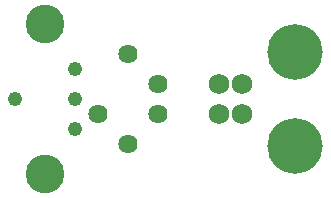
<source format=gbr>
G04 #@! TF.FileFunction,Soldermask,Bot*
%FSLAX46Y46*%
G04 Gerber Fmt 4.6, Leading zero omitted, Abs format (unit mm)*
G04 Created by KiCad (PCBNEW 4.0.7) date Wed May 30 19:38:07 2018*
%MOMM*%
%LPD*%
G01*
G04 APERTURE LIST*
%ADD10C,0.100000*%
%ADD11C,1.244600*%
%ADD12C,3.276600*%
%ADD13C,1.625600*%
%ADD14C,4.701600*%
%ADD15C,1.752600*%
G04 APERTURE END LIST*
D10*
D11*
X134620000Y-104140000D03*
X134620000Y-99060000D03*
X134620000Y-101600000D03*
D12*
X132080000Y-107950000D03*
X132080000Y-95250000D03*
D11*
X129540000Y-101600000D03*
D13*
X139065000Y-105410000D03*
X141605000Y-102870000D03*
X141605000Y-100330000D03*
X139065000Y-97790000D03*
D14*
X153250000Y-105600000D03*
X153250000Y-97600000D03*
D15*
X146760000Y-100350000D03*
X148760000Y-100350000D03*
X146760000Y-102850000D03*
X148760000Y-102850000D03*
D13*
X136525000Y-102870000D03*
M02*

</source>
